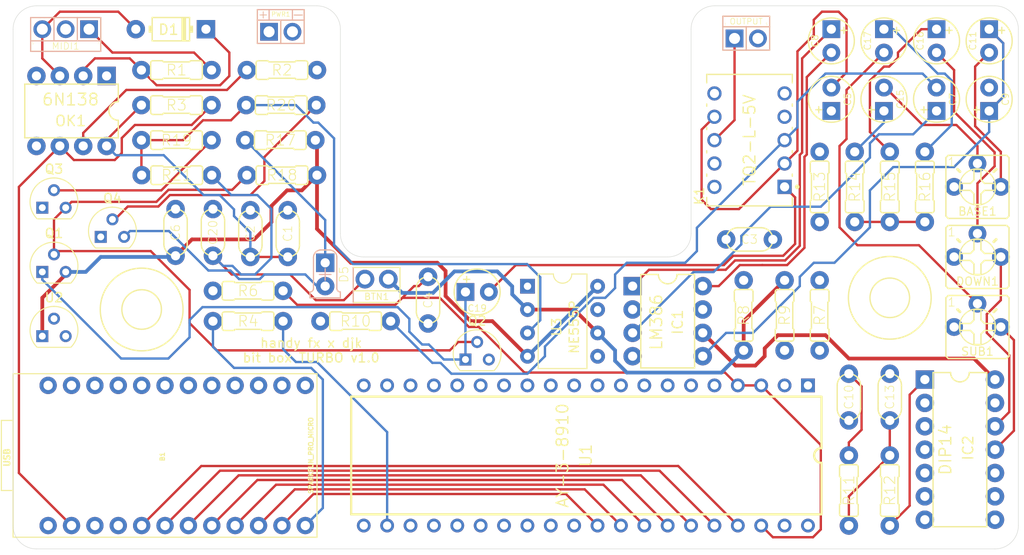
<source format=kicad_pcb>
(kicad_pcb (version 20211014) (generator pcbnew)
  (layers (0 "F.Cu" signal) (1 "In1.Cu" signal "Inner.1") (2 "In2.Cu" signal "Inner.2 (GND)") (31 "B.Cu" signal) (34 "B.Paste" user) (35 "F.Paste" user) (36 "B.SilkS" user "B.Silkscreen") (37 "F.SilkS" user "F.Silkscreen") (38 "B.Mask" user) (39 "F.Mask" user) (44 "Edge.Cuts" user))
  (net 0 "")
  (net 1 "GND")
  (net 3 "Net-(B1-Pad2)")
  (net 4 "Net-(B1-Pad5)")
  (net 5 "Net-(B1-Pad6)")
  (net 6 "Net-(B1-Pad7)")
  (net 7 "Net-(B1-Pad8)")
  (net 8 "Net-(B1-Pad9)")
  (net 9 "Net-(B1-Pad10)")
  (net 10 "Net-(B1-Pad11)")
  (net 11 "Net-(B1-Pad12)")
  (net 12 "Net-(B1-Pad13)")
  (net 13 "Net-(B1-Pad14)")
  (net 14 "Net-(B1-Pad15)")
  (net 15 "Net-(B1-Pad16)")
  (net 16 "Net-(B1-Pad17)")
  (net 20 "Net-(B1-Pad21)")
  (net 22 "Net-(C7-Pad+)")
  (net 23 "Net-(C7-Pad-)")
  (net 24 "Net-(BASE1-Pad2)")
  (net 25 "Net-(BASE1-Pad3)")
  (net 26 "Net-(C16-Pad+)")
  (net 27 "Net-(C16-Pad-)")
  (net 28 "Net-(D1-PadA)")
  (net 29 "Net-(D1-PadC)")
  (net 30 "Net-(BTN1-Pad2)")
  (net 31 "Net-(C19-Pad-)")
  (net 34 "Net-(IC2-Pad1)")
  (net 42 "Net-(IC2-Pad11)")
  (net 44 "Net-(OK1-Pad7)")
  (net 45 "Net-(DOWN1-Pad3)")
  (net 46 "Net-(K1-Pad8)")
  (net 47 "Net-(K1-Pad9)")
  (net 70 "Net-(C4-Pad2)")
  (net 71 "Net-(C5-Pad-)")
  (net 72 "Net-(C8-Pad+)")
  (net 73 "Net-(C8-Pad-)")
  (net 74 "Net-(C11-Pad+)")
  (net 75 "Net-(C10-Pad2)")
  (net 76 "Net-(C13-Pad2)")
  (net 77 "Net-(C15-Pad+)")
  (net 78 "Net-(C17-Pad+)")
  (net 79 "Net-(C17-Pad-)")
  (net 80 "Net-(C19-Pad+)")
  (net 81 "Net-(D5-PadA)")
  (net 82 "Net-(D5-PadK)")
  (net 83 "Net-(Q1-Pad2)")
  (net 84 "Net-(Q3-Pad2)")
  (net 85 "Net-(Q4-Pad2)")
  (net 86 "Net-(R4-Pad1)")
  (net 87 "Net-(R19-Pad1)")
  (net 93 "Net-(MIDI1-PadT)")
  (net 94 "Net-(R13-Pad2)")
  (net 95 "VAA")
  (net 96 "VCC")
  (net 97 "VDD")
  (footprint "midi-bit-box-v1:TO-92-djk-custom" (layer "F.Cu") (at 102.87 83.544994)
    (fp_text reference "Q3")
    (fp_text value "2N3904" hide)
  )
  (footprint "midi-bit-box-v1:4,1" (layer "F.Cu") (at 194.945 93.98)
    (fp_text reference "H1")
    (fp_text value "MOUNT-HOLE4.1" hide)
  )
  (footprint "midi-bit-box-v1:TRIM1" (layer "F.Cu") (at 204.47 97.155)
    (fp_text reference "SUB1")
    (fp_text value "100k" hide)
  )
  (footprint "midi-bit-box-v1:0.2_.SML" (layer "F.Cu") (at 144.78 94.234 90)
    (fp_text reference "C4")
    (fp_text value "4.7nF" hide)
  )
  (footprint "midi-bit-box-v1:0.3_.B" (layer "F.Cu") (at 128.8288 73.025)
    (fp_text reference "R20")
    (fp_text value "10k" hide)
  )
  (footprint "midi-bit-box-v1:0.2_.SML" (layer "F.Cu") (at 194.945 104.775 -90)
    (fp_text reference "C13")
    (fp_text value "22nF" hide)
  )
  (footprint "Package_DIP:DIP-8_W7.62mm" (layer "F.Cu") (at 155.585 92.72)
    (fp_text reference "U3")
    (fp_text value "NE555P")
  )
  (footprint "midi-bit-box-v1:0.3_.B" (layer "F.Cu") (at 117.4496 76.835)
    (fp_text reference "R19")
    (fp_text value "10k" hide)
  )
  (footprint "midi-bit-box-v1:0.3_.B" (layer "F.Cu") (at 125.222 96.52 180)
    (fp_text reference "R4")
    (fp_text value "75R" hide)
  )
  (footprint "midi-bit-box-v1:0.2_.SML" (layer "F.Cu") (at 129.54 86.995 90)
    (fp_text reference "C1")
    (fp_text value "100nF" hide)
  )
  (footprint "midi-bit-box-v1:TO-92-djk-custom" (layer "F.Cu") (at 102.87 90.53)
    (fp_text reference "Q1")
    (fp_text value "2N3904" hide)
  )
  (footprint "midi-bit-box-v1:0502" (layer "F.Cu") (at 200.025 72.39 90)
    (fp_text reference "C7")
    (fp_text value "1uF" hide)
  )
  (footprint "midi-bit-box-v1:DIP08" (layer "F.Cu") (at 106.045 73.66 180)
    (fp_text reference "OK1")
    (fp_text value "6N138")
  )
  (footprint "midi-bit-box-v1:0.3_.B" (layer "F.Cu") (at 117.475 80.645)
    (fp_text reference "R21")
    (fp_text value "100k" hide)
  )
  (footprint "midi-bit-box-v1:0.3_.B" (layer "F.Cu") (at 136.906 96.52)
    (fp_text reference "R10")
    (fp_text value "1M" hide)
  )
  (footprint "midi-bit-box-v1:0.2_.SML" (layer "F.Cu") (at 117.348 86.868 -90)
    (fp_text reference "C6")
    (fp_text value "100nF" hide)
  )
  (footprint "midi-bit-box-v1:TRIM1" (layer "F.Cu") (at 204.47 89.535)
    (fp_text reference "DOWN1")
    (fp_text value "100k" hide)
  )
  (footprint "midi-bit-box-v1:3PADS" (layer "F.Cu") (at 105.41 64.77 180)
    (fp_text reference "MIDI1")
    (fp_text value "MIDI" hide)
  )
  (footprint "midi-bit-box-v1:0.2_.SML" (layer "F.Cu") (at 190.5 104.775 90)
    (fp_text reference "C10")
    (fp_text value "10nF" hide)
  )
  (footprint "midi-bit-box-v1:0502" (layer "F.Cu") (at 205.74 66.04 -90)
    (fp_text reference "C11")
    (fp_text value "1uF" hide)
  )
  (footprint "midi-bit-box-v1:ARCADE_BUTTON" (layer "F.Cu") (at 140.462 91.948 180)
    (fp_text reference "BTN1")
    (fp_text value "Button" hide)
  )
  (footprint "midi-bit-box-v1:0502" (layer "F.Cu") (at 188.595 66.04 -90)
    (fp_text reference "C8")
    (fp_text value "10uF" hide)
  )
  (footprint "midi-bit-box-v1:0.2_.SML" (layer "F.Cu") (at 125.476 86.995 90)
    (fp_text reference "C2")
    (fp_text value "100nF" hide)
  )
  (footprint "midi-bit-box-v1:0.2_.SML" (layer "F.Cu") (at 121.412 86.868 -90)
    (fp_text reference "C20")
    (fp_text value "1uF" hide)
  )
  (footprint "midi-bit-box-v1:0.3_.B" (layer "F.Cu") (at 194.945 114.935 -90)
    (fp_text reference "R12")
    (fp_text value "100k" hide)
  )
  (footprint "midi-bit-box-v1:0.3_.B" (layer "F.Cu") (at 125.222 93.218)
    (fp_text reference "R6")
    (fp_text value "1k" hide)
  )
  (footprint "midi-bit-box-v1:DIP-40_600MIL" (layer "F.Cu") (at 161.925 111.125 -90)
    (fp_text reference "U1")
    (fp_text value "AY-3-8910")
  )
  (footprint "midi-bit-box-v1:DIP08" (layer "F.Cu") (at 170.815 96.52 -90)
    (fp_text reference "IC1")
    (fp_text value "LM386")
  )
  (footprint "midi-bit-box-v1:0.3_.B" (layer "F.Cu") (at 187.325 95.885 90)
    (fp_text reference "R7")
    (fp_text value "100k" hide)
  )
  (footprint "midi-bit-box-v1:0502" (layer "F.Cu") (at 200.025 66.04 -90)
    (fp_text reference "C16")
    (fp_text value "1uF" hide)
  )
  (footprint "midi-bit-box-v1:3MM_1" (layer "F.Cu") (at 133.604 91.44 -90)
    (fp_text reference "D5")
    (fp_text value "LED.2" hide)
  )
  (footprint "midi-bit-box-v1:0.3_.B" (layer "F.Cu") (at 179.07 95.885 -90)
    (fp_text reference "R8")
    (fp_text value "10k" hide)
  )
  (footprint "midi-bit-box-v1:0.3_.B" (layer "F.Cu") (at 128.7272 76.835)
    (fp_text reference "R17")
    (fp_text value "4.7k" hide)
  )
  (footprint "midi-bit-box-v1:0.3_.B" (layer "F.Cu") (at 198.755 81.915 -90)
    (fp_text reference "R16")
    (fp_text value "220k" hide)
  )
  (footprint "midi-bit-box-v1:0.3_.B" (layer "F.Cu") (at 117.4496 73.025 180)
    (fp_text reference "R3")
    (fp_text value "220R" hide)
  )
  (footprint "midi-bit-box-v1:0.3_.B" (layer "F.Cu") (at 190.5 114.935 -90)
    (fp_text reference "R11")
    (fp_text value "22k" hide)
  )
  (footprint "midi-bit-box-v1:2PADS" (layer "F.Cu") (at 180.6194 65.7733)
    (fp_text reference "OUTPUT")
    (fp_text value "Audio Jack" hide)
  )
  (footprint "midi-bit-box-v1:0.3_.B" (layer "F.Cu") (at 128.905 80.645)
    (fp_text reference "R18")
    (fp_text value "10k" hide)
  )
  (footprint "midi-bit-box-v1:DC_TS" (layer "F.Cu") (at 130.048 65.0494)
    (fp_text reference "PWR1")
    (fp_text value "Jack-DC" hide)
  )
  (footprint "midi-bit-box-v1:0502" (layer "F.Cu") (at 188.595 72.39 90)
    (fp_text reference "C5")
    (fp_text value "1uF" hide)
  )
  (footprint "midi-bit-box-v1:DIP14.1" (layer "F.Cu") (at 202.565 110.49 -90)
    (fp_text reference "IC2")
    (fp_text value "DIP14")
  )
  (footprint "midi-bit-box-v1:0502" (layer "F.Cu") (at 150.114 93.345)
    (fp_text reference "C19")
    (fp_text value "100uF" hide)
  )
  (footprint "midi-bit-box-v1:DO41-3" (layer "F.Cu") (at 116.84 64.77 180)
    (fp_text reference "D1")
    (fp_text value "1N4148" hide)
  )
  (footprint "midi-bit-box-v1:0.2_.SML" (layer "F.Cu") (at 179.705 87.63 180)
    (fp_text reference "C3")
    (fp_text value "100nF" hide)
  )
  (footprint "midi-bit-box-v1:SPARKFUN_PRO_MICRO" (layer "F.Cu") (at 116.205 111.125 90)
    (fp_text reference "B1")
    (fp_text value "SPARKFUN_PRO_MICRO")
  )
  (footprint "midi-bit-box-v1:TO-92-djk-custom" (layer "F.Cu") (at 102.87 97.514994)
    (fp_text reference "U2")
    (fp_text value "L78L09_TO92" hide)
  )
  (footprint "midi-bit-box-v1:0.3_.B" (layer "F.Cu") (at 187.325 81.915 90)
    (fp_text reference "R13")
    (fp_text value "10k" hide)
  )
  (footprint "TQ2-L-5V:Panasonic-TQ2-L-5V-MFG" (layer "F.Cu") (at 179.705 76.835 90)
    (fp_text reference "K1")
    (fp_text value "TQ2-L-5V")
  )
  (footprint "midi-bit-box-v1:0502" (layer "F.Cu") (at 194.31 66.04 -90)
    (fp_text reference "C17")
    (fp_text value "1uF" hide)
  )
  (footprint "midi-bit-box-v1:TO-92-djk-custom" (layer "F.Cu") (at 109.22 86.72)
    (fp_text reference "Q4")
    (fp_text value "2N3904" hide)
  )
  (footprint "midi-bit-box-v1:0.3_.B" (layer "F.Cu") (at 191.135 81.915 -90)
    (fp_text reference "R14")
    (fp_text value "100k" hide)
  )
  (footprint "midi-bit-box-v1:0.3_.B" (layer "F.Cu") (at 117.4496 69.215 180)
    (fp_text reference "R1")
    (fp_text value "220R" hide)
  )
  (footprint "midi-bit-box-v1:0502" (layer "F.Cu") (at 205.74 72.39 90)
    (fp_text reference "C9")
    (fp_text value "1uF" hide)
  )
  (footprint "midi-bit-box-v1:0.3_.B" (layer "F.Cu") (at 183.515 95.885 -90)
    (fp_text reference "R9")
    (fp_text value "10k" hide)
  )
  (footprint "midi-bit-box-v1:TRIM1" (layer "F.Cu") (at 204.47 81.915)
    (fp_text reference "BASE1")
    (fp_text value "100k" hide)
  )
  (footprint "midi-bit-box-v1:0502" (layer "F.Cu") (at 194.31 72.39 90)
    (fp_text reference "C15")
    (fp_text value "1uF" hide)
  )
  (footprint "midi-bit-box-v1:TO-92-djk-custom" (layer "F.Cu") (at 148.844 100.055)
    (fp_text reference "Q2")
    (fp_text value "2N3906" hide)
  )
  (footprint "midi-bit-box-v1:0.3_.B" (layer "F.Cu") (at 128.905 69.215 180)
    (fp_text reference "R2")
    (fp_text value "4.7k" hide)
  )
  (footprint "midi-bit-box-v1:4,1" (layer "F.Cu") (at 113.665 95.25 90)
    (fp_text reference "H2")
    (fp_text value "MOUNT-HOLE4.1" hide)
  )
  (footprint "midi-bit-box-v1:0.3_.B" (layer "F.Cu") (at 194.945 81.915 -90)
    (fp_text reference "R15")
    (fp_text value "220k" hide)
  )
  (gr_line (start 206.375 62.23) (end 175.895 62.23) (layer "Edge.Cuts") (width 0.05))
  (gr_arc (start 99.695 64.77) (mid 100.438949 62.973949) (end 102.235 62.23) (layer "Edge.Cuts") (width 0.05))
  (gr_arc (start 206.375 62.23) (mid 208.171051 62.973949) (end 208.915 64.77) (layer "Edge.Cuts") (width 0.05))
  (gr_line (start 102.235 62.23) (end 132.715 62.23) (layer "Edge.Cuts") (width 0.05))
  (gr_line (start 173.355 64.77) (end 173.355 86.995) (layer "Edge.Cuts") (width 0.05))
  (gr_arc (start 173.355 64.77) (mid 174.098949 62.973949) (end 175.895 62.23) (layer "Edge.Cuts") (width 0.05))
  (gr_arc (start 137.795 89.535) (mid 135.998949 88.791051) (end 135.255 86.995) (layer "Edge.Cuts") (width 0.05))
  (gr_line (start 99.695 64.77) (end 99.695 118.745) (layer "Edge.Cuts") (width 0.05))
  (gr_arc (start 102.235 121.285) (mid 100.438949 120.541051) (end 99.695 118.745) (layer "Edge.Cuts") (width 0.05))
  (gr_line (start 135.255 86.995) (end 135.255 64.77) (layer "Edge.Cuts") (width 0.05))
  (gr_line (start 208.915 64.77) (end 208.915 118.745) (layer "Edge.Cuts") (width 0.05))
  (gr_arc (start 173.355 86.995) (mid 172.611051 88.791051) (end 170.815 89.535) (layer "Edge.Cuts") (width 0.05))
  (gr_line (start 137.795 89.535) (end 170.815 89.535) (layer "Edge.Cuts") (width 0.05))
  (gr_arc (start 132.715 62.23) (mid 134.511051 62.973949) (end 135.255 64.77) (layer "Edge.Cuts") (width 0.05))
  (gr_arc (start 208.915 118.745) (mid 208.171051 120.541051) (end 206.375 121.285) (layer "Edge.Cuts") (width 0.05))
  (gr_line (start 206.375 121.285) (end 102.235 121.285) (layer "Edge.Cuts") (width 0.05))
  (gr_text "handy fx x djk\nbit box TURBO v1.0" (at 132.08 99.695) (layer "F.SilkS") (effects (font (size 1 1))))
  (segment (start 106.299 78.994) (end 104.775 77.47) (width 0.254) (layer "F.Cu") (net 3))
  (segment (start 112.930131 75.184) (end 111.506 76.608131) (width 0.254) (layer "F.Cu") (net 3))
  (segment (start 111.506 76.608131) (end 111.506 78.232) (width 0.254) (layer "F.Cu") (net 3))
  (segment (start 110.744 78.994) (end 106.299 78.994) (width 0.254) (layer "F.Cu") (net 3))
  (segment (start 104.775 77.47) (end 100.33 81.915) (width 0.254) (layer "F.Cu") (net 3))
  (segment (start 100.33 81.915) (end 100.33 113.03) (width 0.254) (layer "F.Cu") (net 3))
  (segment (start 119.1006 75.184) (end 112.930131 75.184) (width 0.254) (layer "F.Cu") (net 3))
  (segment (start 100.33 113.03) (end 106.045 118.745) (width 0.254) (layer "F.Cu") (net 3))
  (segment (start 111.506 78.232) (end 110.744 78.994) (width 0.254) (layer "F.Cu") (net 3))
  (segment (start 121.2596 73.025) (end 119.1006 75.184) (width 0.254) (layer "F.Cu") (net 3))
  (segment (start 113.665 118.745) (end 120.13912 112.27088) (width 0.254) (layer "F.Cu") (net 4))
  (segment (start 120.13912 112.27088) (end 171.96088 112.27088) (width 0.254) (layer "F.Cu") (net 4))
  (segment (start 171.96088 112.27088) (end 178.435 118.745) (width 0.254) (layer "F.Cu") (net 4))
  (segment (start 116.205 118.745) (end 122.1716 112.7784) (width 0.254) (layer "F.Cu") (net 5))
  (segment (start 169.9284 112.7784) (end 175.895 118.745) (width 0.254) (layer "F.Cu") (net 5))
  (segment (start 122.1716 112.7784) (end 169.9284 112.7784) (width 0.254) (layer "F.Cu") (net 5))
  (segment (start 167.89592 113.28592) (end 173.355 118.745) (width 0.254) (layer "F.Cu") (net 6))
  (segment (start 118.745 118.745) (end 124.20408 113.28592) (width 0.254) (layer "F.Cu") (net 6))
  (segment (start 124.20408 113.28592) (end 167.89592 113.28592) (width 0.254) (layer "F.Cu") (net 6))
  (segment (start 121.285 118.745) (end 126.23656 113.79344) (width 0.254) (layer "F.Cu") (net 7))
  (segment (start 165.86344 113.79344) (end 170.815 118.745) (width 0.254) (layer "F.Cu") (net 7))
  (segment (start 126.23656 113.79344) (end 165.86344 113.79344) (width 0.254) (layer "F.Cu") (net 7))
  (segment (start 128.26904 114.30096) (end 163.83096 114.30096) (width 0.254) (layer "F.Cu") (net 8))
  (segment (start 123.825 118.745) (end 128.26904 114.30096) (width 0.254) (layer "F.Cu") (net 8))
  (segment (start 163.83096 114.30096) (end 168.275 118.745) (width 0.254) (layer "F.Cu") (net 8))
  (segment (start 161.79848 114.80848) (end 165.735 118.745) (width 0.254) (layer "F.Cu") (net 9))
  (segment (start 130.30152 114.80848) (end 161.79848 114.80848) (width 0.254) (layer "F.Cu") (net 9))
  (segment (start 126.365 118.745) (end 130.30152 114.80848) (width 0.254) (layer "F.Cu") (net 9))
  (segment (start 159.766 115.316) (end 163.195 118.745) (width 0.254) (layer "F.Cu") (net 10))
  (segment (start 128.905 118.745) (end 132.334 115.316) (width 0.254) (layer "F.Cu") (net 10))
  (segment (start 132.334 115.316) (end 159.766 115.316) (width 0.254) (layer "F.Cu") (net 10))
  (segment (start 132.08 101.6) (end 123.698 101.6) (width 0.254) (layer "B.Cu") (net 11))
  (segment (start 131.445 118.745) (end 133.35 116.84) (width 0.254) (layer "B.Cu") (net 11))
  (segment (start 133.35 102.87) (end 132.08 101.6) (width 0.254) (layer "B.Cu") (net 11))
  (segment (start 123.698 101.6) (end 121.412 99.314) (width 0.254) (layer "B.Cu") (net 11))
  (segment (start 133.35 116.84) (end 133.35 102.87) (width 0.254) (layer "B.Cu") (net 11))
  (segment (start 121.412 99.314) (end 121.412 96.52) (width 0.254) (layer "B.Cu") (net 11))
  (segment (start 109.855 76.8096) (end 109.855 77.47) (width 0.254) (layer "F.Cu") (net 20))
  (segment (start 125.476 89.535) (end 129.54 89.535) (width 0.254) (layer "F.Cu") (net 20))
  (segment (start 113.6396 73.025) (end 109.855 76.8096) (width 0.254) (layer "F.Cu") (net 20))
  (segment (start 122.134169 82.804) (end 123.698 84.367831) (width 0.254) (layer "B.Cu") (net 20))
  (segment (start 125.476 86.868) (end 125.476 89.535) (width 0.254) (layer "B.Cu") (net 20))
  (segment (start 120.396 82.804) (end 122.134169 82.804) (width 0.254) (layer "B.Cu") (net 20))
  (segment (start 110.855 78.47) (end 116.062 78.47) (width 0.254) (layer "B.Cu") (net 20))
  (segment (start 123.698 85.09) (end 125.476 86.868) (width 0.254) (layer "B.Cu") (net 20))
  (segment (start 109.855 77.47) (end 110.855 78.47) (width 0.254) (layer "B.Cu") (net 20))
  (segment (start 123.698 84.367831) (end 123.698 85.09) (width 0.254) (layer "B.Cu") (net 20))
  (segment (start 116.062 78.47) (end 120.396 82.804) (width 0.254) (layer "B.Cu") (net 20))
  (segment (start 175.791669 91.186) (end 173.609 91.186) (width 0.254) (layer "B.Cu") (net 22))
  (segment (start 178.816 87.249) (end 178.816 88.161669) (width 0.254) (layer "B.Cu") (net 22))
  (segment (start 173.609 91.186) (end 167.005 97.79) (width 0.254) (layer "B.Cu") (net 22))
  (segment (start 193.757742 76.2) (end 192.786 77.171742) (width 0.254) (layer "B.Cu") (net 22))
  (segment (start 181.991 84.074) (end 178.816 87.249) (width 0.254) (layer "B.Cu") (net 22))
  (segment (start 192.786 78.74) (end 187.452 84.074) (width 0.254) (layer "B.Cu") (net 22))
  (segment (start 187.452 84.074) (end 181.991 84.074) (width 0.254) (layer "B.Cu") (net 22))
  (segment (start 200.025 73.66) (end 197.485 76.2) (width 0.254) (layer "B.Cu") (net 22))
  (segment (start 178.816 88.161669) (end 175.791669 91.186) (width 0.254) (layer "B.Cu") (net 22))
  (segment (start 197.485 76.2) (end 193.757742 76.2) (width 0.254) (layer "B.Cu") (net 22))
  (segment (start 192.786 77.171742) (end 192.786 78.74) (width 0.254) (layer "B.Cu") (net 22))
  (segment (start 146.1356 101.0506) (end 147.32 102.235) (width 0.254) (layer "B.Cu") (net 23))
  (segment (start 184.912 75.438) (end 183.515 76.835) (width 0.254) (layer "B.Cu") (net 23))
  (segment (start 147.32 102.235) (end 155.575 102.235) (width 0.254) (layer "B.Cu") (net 23))
  (segment (start 145.2466 101.0506) (end 146.1356 101.0506) (width 0.254) (layer "B.Cu") (net 23))
  (segment (start 200.025 71.12) (end 198.501 69.596) (width 0.254) (layer "B.Cu") (net 23))
  (segment (start 184.912 72.644) (end 184.912 75.438) (width 0.254) (layer "B.Cu") (net 23))
  (segment (start 157.48 100.33) (end 157.48 99.270504) (width 0.254) (layer "B.Cu") (net 23))
  (segment (start 155.575 102.235) (end 157.48 100.33) (width 0.254) (layer "B.Cu") (net 23))
  (segment (start 187.96 69.596) (end 184.912 72.644) (width 0.254) (layer "B.Cu") (net 23))
  (segment (start 157.48 99.270504) (end 162.770504 93.98) (width 0.254) (layer "B.Cu") (net 23))
  (segment (start 165.1 92.919748) (end 165.1 91.44) (width 0.254) (layer "B.Cu") (net 23))
  (segment (start 173.99 88.9) (end 173.99 86.36) (width 0.254) (layer "B.Cu") (net 23))
  (segment (start 173.99 86.36) (end 183.515 76.835) (width 0.254) (layer "B.Cu") (net 23))
  (segment (start 198.501 69.596) (end 187.96 69.596) (width 0.254) (layer "B.Cu") (net 23))
  (segment (start 162.770504 93.98) (end 164.039748 93.98) (width 0.254) (layer "B.Cu") (net 23))
  (segment (start 166.37 90.17) (end 172.72 90.17) (width 0.254) (layer "B.Cu") (net 23))
  (segment (start 164.039748 93.98) (end 165.1 92.919748) (width 0.254) (layer "B.Cu") (net 23))
  (segment (start 172.72 90.17) (end 173.99 88.9) (width 0.254) (layer "B.Cu") (net 23))
  (segment (start 165.1 91.44) (end 166.37 90.17) (width 0.254) (layer "B.Cu") (net 23))
  (segment (start 140.716 96.52) (end 145.2466 101.0506) (width 0.254) (layer "B.Cu") (net 23))
  (segment (start 204.47 79.375) (end 204.47 77.47) (width 0.254) (layer "F.Cu") (net 24))
  (segment (start 202.184 75.184) (end 198.525422 75.184) (width 0.254) (layer "F.Cu") (net 24))
  (segment (start 194.461422 71.12) (end 194.31 71.12) (width 0.254) (layer "F.Cu") (net 24))
  (segment (start 204.47 77.47) (end 202.184 75.184) (width 0.254) (layer "F.Cu") (net 24))
  (segment (start 198.525422 75.184) (end 194.461422 71.12) (width 0.254) (layer "F.Cu") (net 24))
  (segment (start 207.01 81.915) (end 207.01 78.105) (width 0.254) (layer "F.Cu") (net 25))
  (segment (start 204.216 68.834) (end 205.74 67.31) (width 0.254) (layer "F.Cu") (net 25))
  (segment (start 204.216 75.311) (end 204.216 68.834) (width 0.254) (layer "F.Cu") (net 25))
  (segment (start 207.01 78.105) (end 204.216 75.311) (width 0.254) (layer "F.Cu") (net 25))
  (segment (start 194.880562 68.834) (end 195.834 67.880562) (width 0.254) (layer "F.Cu") (net 26))
  (segment (start 192.786 75.946) (end 192.786 70.358) (width 0.254) (layer "F.Cu") (net 26))
  (segment (start 198.374 64.77) (end 200.025 64.77) (width 0.254) (layer "F.Cu") (net 26))
  (segment (start 195.834 67.880562) (end 195.834 67.31) (width 0.254) (layer "F.Cu") (net 26))
  (segment (start 194.31 68.834) (end 194.880562 68.834) (width 0.254) (layer "F.Cu") (net 26))
  (segment (start 192.786 70.358) (end 194.31 68.834) (width 0.254) (layer "F.Cu") (net 26))
  (segment (start 195.834 67.31) (end 198.374 64.77) (width 0.254) (layer "F.Cu") (net 26))
  (segment (start 194.945 78.105) (end 192.786 75.946) (width 0.254) (layer "F.Cu") (net 26))
  (segment (start 204.47 86.995) (end 204.47 81.533062) (width 0.254) (layer "F.Cu") (net 27))
  (segment (start 204.47 81.533062) (end 206.333629 79.669433) (width 0.254) (layer "F.Cu") (net 27))
  (segment (start 201.93 69.215) (end 200.025 67.31) (width 0.254) (layer "F.Cu") (net 27))
  (segment (start 206.333629 78.146371) (end 201.93 73.742742) (width 0.254) (layer "F.Cu") (net 27))
  (segment (start 201.93 73.742742) (end 201.93 69.215) (width 0.254) (layer "F.Cu") (net 27))
  (segment (start 206.333629 79.669433) (end 206.333629 78.146371) (width 0.254) (layer "F.Cu") (net 27))
  (segment (start 104.775 62.865) (end 102.87 64.77) (width 0.254) (layer "F.Cu") (net 28))
  (segment (start 113.03 64.77) (end 111.125 62.865) (width 0.254) (layer "F.Cu") (net 28))
  (segment (start 111.125 62.865) (end 104.775 62.865) (width 0.254) (layer "F.Cu") (net 28))
  (segment (start 102.87 64.77) (end 102.87 67.945) (width 0.254) (layer "F.Cu") (net 28))
  (segment (start 102.87 67.945) (end 104.775 69.85) (width 0.254) (layer "F.Cu") (net 28))
  (segment (start 112.3696 67.945) (end 108.585 67.945) (width 0.254) (layer "F.Cu") (net 29))
  (segment (start 113.6396 69.215) (end 112.3696 67.945) (width 0.254) (layer "F.Cu") (net 29))
  (segment (start 115.2906 70.866) (end 113.6396 69.215) (width 0.254) (layer "F.Cu") (net 29))
  (segment (start 108.585 67.945) (end 107.315 69.215) (width 0.254) (layer "F.Cu") (net 29))
  (segment (start 107.315 69.215) (end 107.315 69.85) (width 0.254) (layer "F.Cu") (net 29))
  (segment (start 123.19 67.31) (end 123.19 69.860969) (width 0.254) (layer "F.Cu") (net 29))
  (segment (start 123.19 69.860969) (end 122.184969 70.866) (width 0.254) (layer "F.Cu") (net 29))
  (segment (start 120.65 64.77) (end 123.19 67.31) (width 0.254) (layer "F.Cu") (net 29))
  (segment (start 122.184969 70.866) (end 115.2906 70.866) (width 0.254) (layer "F.Cu") (net 29))
  (segment (start 123.444 91.44) (end 121.412 89.408) (width 0.254) (layer "F.Cu") (net 30))
  (segment (start 135.636 94.234) (end 132.588 94.234) (width 0.254) (layer "F.Cu") (net 30))
  (segment (start 132.588 94.234) (end 129.794 91.44) (width 0.254) (layer "F.Cu") (net 30))
  (segment (start 129.794 91.44) (end 123.444 91.44) (width 0.254) (layer "F.Cu") (net 30))
  (segment (start 137.922 91.948) (end 135.636 94.234) (width 0.254) (layer "F.Cu") (net 30))
  (segment (start 123.524142 90.504142) (end 122.508142 90.504142) (width 0.254) (layer "B.Cu") (net 30))
  (segment (start 124.46 91.44) (end 123.524142 90.504142) (width 0.254) (layer "B.Cu") (net 30))
  (segment (start 125.984 91.44) (end 124.46 91.44) (width 0.254) (layer "B.Cu") (net 30))
  (segment (start 123.396662 82.804) (end 126.238 82.804) (width 0.254) (layer "B.Cu") (net 30))
  (segment (start 121.285 80.692338) (end 123.396662 82.804) (width 0.254) (layer "B.Cu") (net 30))
  (segment (start 127.762 89.662) (end 125.984 91.44) (width 0.254) (layer "B.Cu") (net 30))
  (segment (start 121.285 80.645) (end 121.285 80.692338) (width 0.254) (layer "B.Cu") (net 30))
  (segment (start 126.238 82.804) (end 127.762 84.328) (width 0.254) (layer "B.Cu") (net 30))
  (segment (start 122.508142 90.504142) (end 121.412 89.408) (width 0.254) (layer "B.Cu") (net 30))
  (segment (start 127.762 84.328) (end 127.762 89.662) (width 0.254) (layer "B.Cu") (net 30))
  (segment (start 154.305 90.424) (end 176.911001 90.424) (width 0.254) (layer "F.Cu") (net 31))
  (segment (start 184.658 88.116005) (end 184.658 83.058) (width 0.254) (layer "F.Cu") (net 31))
  (segment (start 151.384 93.345) (end 154.305 90.424) (width 0.254) (layer "F.Cu") (net 31))
  (segment (start 176.911001 90.424) (end 177.927001 89.408) (width 0.254) (layer "F.Cu") (net 31))
  (segment (start 183.366005 89.408) (end 184.658 88.116005) (width 0.254) (layer "F.Cu") (net 31))
  (segment (start 184.658 83.058) (end 183.515 81.915) (width 0.254) (layer "F.Cu") (net 31))
  (segment (start 177.927001 89.408) (end 183.366005 89.408) (width 0.254) (layer "F.Cu") (net 31))
  (segment (start 197.104 104.521) (end 198.755 102.87) (width 0.254) (layer "F.Cu") (net 34))
  (segment (start 194.945 118.745) (end 197.104 116.586) (width 0.254) (layer "F.Cu") (net 34))
  (segment (start 197.104 116.586) (end 197.104 104.521) (width 0.254) (layer "F.Cu") (net 34))
  (segment (start 208.43192 98.57692) (end 207.01 97.155) (width 0.254) (layer "F.Cu") (net 42))
  (segment (start 206.375 110.49) (end 208.43192 108.43308) (width 0.254) (layer "F.Cu") (net 42))
  (segment (start 208.43192 108.43308) (end 208.43192 98.57692) (width 0.254) (layer "F.Cu") (net 42))
  (segment (start 111.996787 71.374) (end 107.315 76.055787) (width 0.254) (layer "F.Cu") (net 44))
  (segment (start 122.936 71.374) (end 111.996787 71.374) (width 0.254) (layer "F.Cu") (net 44))
  (segment (start 107.315 76.055787) (end 107.315 77.47) (width 0.254) (layer "F.Cu") (net 44))
  (segment (start 125.095 69.215) (end 122.936 71.374) (width 0.254) (layer "F.Cu") (net 44))
  (segment (start 207.01 94.234) (end 207.01 89.535) (width 0.254) (layer "F.Cu") (net 45))
  (segment (start 205.486 95.758) (end 207.01 94.234) (width 0.254) (layer "F.Cu") (net 45))
  (segment (start 206.375 107.95) (end 207.9244 106.4006) (width 0.254) (layer "F.Cu") (net 45))
  (segment (start 207.9244 100.2284) (end 205.486 97.79) (width 0.254) (layer "F.Cu") (net 45))
  (segment (start 207.9244 106.4006) (end 207.9244 100.2284) (width 0.254) (layer "F.Cu") (net 45))
  (segment (start 205.486 97.79) (end 205.486 95.758) (width 0.254) (layer "F.Cu") (net 45))
  (segment (start 178.0794 65.7733) (end 178.0794 74.6506) (width 0.254) (layer "F.Cu") (net 46))
  (segment (start 178.0794 74.6506) (end 175.895 76.835) (width 0.254) (layer "F.Cu") (net 46))
  (segment (start 141.224 94.742) (end 130.556 94.742) (width 0.254) (layer "F.Cu") (net 70))
  (segment (start 178.435 103.505) (end 180.975 103.505) (width 0.254) (layer "F.Cu") (net 70))
  (segment (start 178.435 103.505) (end 177.038 102.108) (width 0.254) (layer "F.Cu") (net 70))
  (segment (start 143.764 92.71) (end 143.256 92.71) (width 0.254) (layer "F.Cu") (net 70))
  (segment (start 187.452 109.982) (end 187.452 119.163393) (width 0.254) (layer "F.Cu") (net 70))
  (segment (start 155.248252 102.108) (end 150.295252 97.155) (width 0.254) (layer "F.Cu") (net 70))
  (segment (start 143.256 92.71) (end 141.986 93.98) (width 0.254) (layer "F.Cu") (net 70))
  (segment (start 141.986 93.98) (end 141.224 94.742) (width 0.254) (layer "F.Cu") (net 70))
  (segment (start 130.556 94.742) (end 129.032 93.218) (width 0.254) (layer "F.Cu") (net 70))
  (segment (start 177.038 102.108) (end 155.248252 102.108) (width 0.254) (layer "F.Cu") (net 70))
  (segment (start 150.295252 97.155) (end 149.225 97.155) (width 0.254) (layer "F.Cu") (net 70))
  (segment (start 144.78 91.694) (end 143.764 92.71) (width 0.254) (layer "F.Cu") (net 70))
  (segment (start 149.225 97.155) (end 146.05 93.98) (width 0.254) (layer "F.Cu") (net 70))
  (segment (start 146.05 93.98) (end 141.986 93.98) (width 0.254) (layer "F.Cu") (net 70))
  (segment (start 180.975 103.505) (end 187.452 109.982) (width 0.254) (layer "F.Cu") (net 70))
  (segment (start 187.452 119.163393) (end 186.600393 120.015) (width 0.254) (layer "F.Cu") (net 70))
  (segment (start 186.600393 120.015) (end 182.245 120.015) (width 0.254) (layer "F.Cu") (net 70))
  (segment (start 182.245 120.015) (end 180.975 118.745) (width 0.254) (layer "F.Cu") (net 70))
  (segment (start 187.579 62.865) (end 186.69 63.754) (width 0.254) (layer "F.Cu") (net 71))
  (segment (start 189.381422 62.865) (end 187.579 62.865) (width 0.254) (layer "F.Cu") (net 71))
  (segment (start 174.498 75.692) (end 175.895 74.295) (width 0.254) (layer "F.Cu") (net 71))
  (segment (start 190.246 69.469) (end 190.246 63.729578) (width 0.254) (layer "F.Cu") (net 71))
  (segment (start 186.69 63.754) (end 186.69 65.405) (width 0.254) (layer "F.Cu") (net 71))
  (segment (start 184.912 67.183) (end 184.912 77.978) (width 0.254) (layer "F.Cu") (net 71))
  (segment (start 178.562 84.328) (end 175.514 84.328) (width 0.254) (layer "F.Cu") (net 71))
  (segment (start 183.515 79.375) (end 178.562 84.328) (width 0.254) (layer "F.Cu") (net 71))
  (segment (start 190.246 63.729578) (end 189.381422 62.865) (width 0.254) (layer "F.Cu") (net 71))
  (segment (start 175.514 84.328) (end 174.498 83.312) (width 0.254) (layer "F.Cu") (net 71))
  (segment (start 184.912 77.978) (end 183.515 79.375) (width 0.254) (layer "F.Cu") (net 71))
  (segment (start 174.498 83.312) (end 174.498 75.692) (width 0.254) (layer "F.Cu") (net 71))
  (segment (start 188.595 71.12) (end 190.246 69.469) (width 0.254) (layer "F.Cu") (net 71))
  (segment (start 186.69 65.405) (end 184.912 67.183) (width 0.254) (layer "F.Cu") (net 71))
  (segment (start 185.166 88.325747) (end 185.166 78.441742) (width 0.254) (layer "F.Cu") (net 72))
  (segment (start 185.166 78.441742) (end 185.42 78.187742) (width 0.254) (layer "F.Cu") (net 72))
  (segment (start 183.575747 89.916) (end 185.166 88.325747) (width 0.254) (layer "F.Cu") (net 72))
  (segment (start 185.42 78.187742) (end 185.42 67.945) (width 0.254) (layer "F.Cu") (net 72))
  (segment (start 178.136742 89.916) (end 183.575747 89.916) (width 0.254) (layer "F.Cu") (net 72))
  (segment (start 177.120742 90.932) (end 178.136742 89.916) (width 0.254) (layer "F.Cu") (net 72))
  (segment (start 167.005 92.71) (end 168.783 90.932) (width 0.254) (layer "F.Cu") (net 72))
  (segment (start 168.783 90.932) (end 177.120742 90.932) (width 0.254) (layer "F.Cu") (net 72))
  (segment (start 185.42 67.945) (end 188.595 64.77) (width 0.254) (layer "F.Cu") (net 72))
  (segment (start 176.356316 92.71) (end 178.642316 90.424) (width 0.254) (layer "F.Cu") (net 73))
  (segment (start 185.928 78.397482) (end 185.928 69.977) (width 0.254) (layer "F.Cu") (net 73))
  (segment (start 185.928 69.977) (end 188.595 67.31) (width 0.254) (layer "F.Cu") (net 73))
  (segment (start 185.674 88.535488) (end 185.674 78.651482) (width 0.254) (layer "F.Cu") (net 73))
  (segment (start 181.10248 90.42352) (end 183.785968 90.42352) (width 0.254) (layer "F.Cu") (net 73))
  (segment (start 183.785968 90.42352) (end 185.674 88.535488) (width 0.254) (layer "F.Cu") (net 73))
  (segment (start 185.674 78.651482) (end 185.928 78.397482) (width 0.254) (layer "F.Cu") (net 73))
  (segment (start 178.642316 90.424) (end 181.102 90.424) (width 0.254) (layer "F.Cu") (net 73))
  (segment (start 181.102 90.424) (end 181.10248 90.42352) (width 0.254) (layer "F.Cu") (net 73))
  (segment (start 174.625 92.71) (end 176.356316 92.71) (width 0.254) (layer "F.Cu") (net 73))
  (segment (start 205.74 64.77) (end 207.264 66.294) (width 0.254) (layer "F.Cu") (net 74))
  (segment (start 207.264 66.294) (end 207.264 72.136) (width 0.254) (layer "F.Cu") (net 74))
  (segment (start 207.264 72.136) (end 205.74 73.66) (width 0.254) (layer "F.Cu") (net 74))
  (segment (start 185.166 92.71) (end 180.086 97.79) (width 0.254) (layer "B.Cu") (net 74))
  (segment (start 177.165 97.79) (end 174.625 100.33) (width 0.254) (layer "B.Cu") (net 74))
  (segment (start 207.264 72.136) (end 207.264 66.294) (width 0.254) (layer "B.Cu") (net 74))
  (segment (start 195.326 79.756) (end 192.786 82.296) (width 0.254) (layer "B.Cu") (net 74))
  (segment (start 180.086 97.79) (end 177.165 97.79) (width 0.254) (layer "B.Cu") (net 74))
  (segment (start 205.74 73.66) (end 205.74 75.946) (width 0.254) (layer "B.Cu") (net 74))
  (segment (start 192.786 82.296) (end 192.786 86.320169) (width 0.254) (layer "B.Cu") (net 74))
  (segment (start 185.166 91.694) (end 185.166 92.71) (width 0.254) (layer "B.Cu") (net 74))
  (segment (start 192.786 86.320169) (end 188.936169 90.17) (width 0.254) (layer "B.Cu") (net 74))
  (segment (start 205.74 73.66) (end 207.264 72.136) (width 0.254) (layer "B.Cu") (net 74))
  (segment (start 205.74 75.946) (end 201.93 79.756) (width 0.254) (layer "B.Cu") (net 74))
  (segment (start 186.69 90.17) (end 185.166 91.694) (width 0.254) (layer "B.Cu") (net 74))
  (segment (start 188.936169 90.17) (end 186.69 90.17) (width 0.254) (layer "B.Cu") (net 74))
  (segment (start 201.93 79.756) (end 195.326 79.756) (width 0.254) (layer "B.Cu") (net 74))
  (segment (start 207.264 66.294) (end 205.74 64.77) (width 0.254) (layer "B.Cu") (net 74))
  (segment (start 190.5 111.125) (end 190.5 109.710787) (width 0.254) (layer "F.Cu") (net 75))
  (segment (start 190.5 109.710787) (end 191.880511 108.330276) (width 0.254) (layer "F.Cu") (net 75))
  (segment (start 191.880511 108.330276) (end 191.880511 103.615511) (width 0.254) (layer "F.Cu") (net 75))
  (segment (start 191.880511 103.615511) (end 190.5 102.235) (width 0.254) (layer "F.Cu") (net 75))
  (segment (start 190.5 118.745) (end 190.5 115.57) (width 0.254) (layer "F.Cu") (net 76))
  (segment (start 190.5 115.57) (end 194.945 111.125) (width 0.254) (layer "F.Cu") (net 76))
  (segment (start 194.945 107.315) (end 194.945 111.125) (width 0.254) (layer "F.Cu") (net 76))
  (segment (start 194.31 74.93) (end 191.135 78.105) (width 0.254) (layer "B.Cu") (net 77))
  (segment (start 194.31 73.66) (end 194.31 74.93) (width 0.254) (layer "B.Cu") (net 77))
  (segment (start 194.31 64.77) (end 195.325062 64.77) (width 0.254) (layer "B.Cu") (net 78))
  (segment (start 200.914 69.596) (end 201.676 70.358) (width 0.254) (layer "B.Cu") (net 78))
  (segment (start 195.325062 64.77) (end 200.151062 69.596) (width 0.254) (layer "B.Cu") (net 78))
  (segment (start 201.676 75.184) (end 198.755 78.105) (width 0.254) (layer "B.Cu") (net 78))
  (segment (start 201.676 70.358) (end 201.676 75.184) (width 0.254) (layer "B.Cu") (net 78))
  (segment (start 200.151062 69.596) (end 200.914 69.596) (width 0.254) (layer "B.Cu") (net 78))
  (segment (start 191.428831 88.265) (end 198.12 88.265) (width 0.254) (layer "F.Cu") (net 79))
  (segment (start 189.484 86.320169) (end 191.428831 88.265) (width 0.254) (layer "F.Cu") (net 79))
  (segment (start 198.12 88.265) (end 204.47 94.615) (width 0.254) (layer "F.Cu") (net 79))
  (segment (start 189.484 77.47) (end 189.484 86.320169) (width 0.254) (layer "F.Cu") (net 79))
  (segment (start 194.31 67.31) (end 190.246 71.374) (width 0.254) (layer "F.Cu") (net 79))
  (segment (start 190.246 71.374) (end 190.246 76.708) (width 0.254) (layer "F.Cu") (net 79))
  (segment (start 190.246 76.708) (end 189.484 77.47) (width 0.254) (layer "F.Cu") (net 79))
  (segment (start 148.844 100.69) (end 146.492742 100.69) (width 0.254) (layer "B.Cu") (net 80))
  (segment (start 144.145 99.06) (end 142.748 97.663) (width 0.254) (layer "B.Cu") (net 80))
  (segment (start 146.492742 100.69) (end 144.862742 99.06) (width 0.254) (layer "B.Cu") (net 80))
  (segment (start 141.478 94.996) (end 120.269 94.996) (width 0.254) (layer "B.Cu") (net 80))
  (segment (start 120.269 94.996) (end 118.87202 96.39298) (width 0.254) (layer "B.Cu") (net 80))
  (segment (start 116.562331 100.584) (end 111.4425 100.584) (width 0.254) (layer "B.Cu") (net 80))
  (segment (start 148.844 93.345) (end 148.844 100.69) (width 0.254) (layer "B.Cu") (net 80))
  (segment (start 102.87 92.0115) (end 102.87 91.165) (width 0.254) (layer "B.Cu") (net 80))
  (segment (start 142.748 97.663) (end 142.748 96.266) (width 0.254) (layer "B.Cu") (net 80))
  (segment (start 144.862742 99.06) (end 144.145 99.06) (width 0.254) (layer "B.Cu") (net 80))
  (segment (start 118.87202 96.39298) (end 118.87202 98.274311) (width 0.254) (layer "B.Cu") (net 80))
  (segment (start 118.87202 98.274311) (end 116.562331 100.584) (width 0.254) (layer "B.Cu") (net 80))
  (segment (start 111.4425 100.584) (end 102.87 92.0115) (width 0.254) (layer "B.Cu") (net 80))
  (segment (start 142.748 96.266) (end 141.478 94.996) (width 0.254) (layer "B.Cu") (net 80))
  (segment (start 124.9172 76.835) (end 133.604 85.5218) (width 0.254) (layer "B.Cu") (net 81))
  (segment (start 133.604 85.5218) (end 133.604 90.17) (width 0.254) (layer "B.Cu") (net 81))
  (segment (start 126.49248 91.94752) (end 127 91.44) (width 0.254) (layer "B.Cu") (net 82))
  (segment (start 112.395 86.72) (end 116.6285 86.72) (width 0.254) (layer "B.Cu") (net 82))
  (segment (start 123.31392 91.011662) (end 124.249778 91.94752) (width 0.254) (layer "B.Cu") (net 82))
  (segment (start 124.249778 91.94752) (end 126.49248 91.94752) (width 0.254) (layer "B.Cu") (net 82))
  (segment (start 131.445 91.44) (end 132.715 92.71) (width 0.254) (layer "B.Cu") (net 82))
  (segment (start 120.920162 91.011662) (end 123.31392 91.011662) (width 0.254) (layer "B.Cu") (net 82))
  (segment (start 116.6285 86.72) (end 120.920162 91.011662) (width 0.254) (layer "B.Cu") (net 82))
  (segment (start 127 91.44) (end 131.445 91.44) (width 0.254) (layer "B.Cu") (net 82))
  (segment (start 111.76 87.355) (end 112.395 86.72) (width 0.254) (layer "B.Cu") (net 82))
  (segment (start 132.715 92.71) (end 133.604 92.71) (width 0.254) (layer "B.Cu") (net 82))
  (segment (start 115.267342 83.545) (end 116.576609 82.235732) (width 0.254) (layer "F.Cu") (net 83))
  (segment (start 105.41 84.18) (end 106.045 83.545) (width 0.254) (layer "F.Cu") (net 83))
  (segment (start 118.87202 96.733714) (end 118.87202 93.12052) (width 0.254) (layer "F.Cu") (net 83))
  (segment (start 104.14 85.45) (end 104.14 89.26) (width 0.254) (layer "F.Cu") (net 83))
  (segment (start 114.6515 88.9) (end 104.5 88.9) (width 0.254) (layer "F.Cu") (net 83))
  (segment (start 148.052978 98.785) (end 147.142978 99.695) (width 0.254) (layer "F.Cu") (net 83))
  (segment (start 150.114 98.785) (end 148.052978 98.785) (width 0.254) (layer "F.Cu") (net 83))
  (segment (start 116.576609 82.235732) (end 123.504268 82.235732) (width 0.254) (layer "F.Cu") (net 83))
  (segment (start 105.41 84.18) (end 104.14 85.45) (width 0.254) (layer "F.Cu") (net 83))
  (segment (start 104.5 88.9) (end 104.14 89.26) (width 0.254) (layer "F.Cu") (net 83))
  (segment (start 106.045 83.545) (end 115.267342 83.545) (width 0.254) (layer "F.Cu") (net 83))
  (segment (start 123.504268 82.235732) (end 125.095 80.645) (width 0.254) (layer "F.Cu") (net 83))
  (segment (start 118.87202 93.12052) (end 114.6515 88.9) (width 0.254) (layer "F.Cu") (net 83))
  (segment (start 121.833306 99.695) (end 118.87202 96.733714) (width 0.254) (layer "F.Cu") (net 83))
  (segment (start 147.142978 99.695) (end 121.833306 99.695) (width 0.254) (layer "F.Cu") (net 83))
  (segment (start 121.2596 76.835) (end 115.7986 82.296) (width 0.254) (layer "F.Cu") (net 84))
  (segment (start 104.161 82.296) (end 104.14 82.275) (width 0.254) (layer "F.Cu") (net 84))
  (segment (start 115.7986 82.296) (end 104.161 82.296) (width 0.254) (layer "F.Cu") (net 84))
  (segment (start 125.476 82.804) (end 116.726084 82.804) (width 0.254) (layer "F.Cu") (net 85))
  (segment (start 112.15348 84.05252) (end 110.49 85.716) (width 0.254) (layer "F.Cu") (net 85))
  (segment (start 127 81.28) (end 125.476 82.804) (width 0.254) (layer "F.Cu") (net 85))
  (segment (start 127 78.6638) (end 127 81.28) (width 0.254) (layer "F.Cu") (net 85))
  (segment (start 115.477563 84.05252) (end 112.15348 84.05252) (width 0.254) (layer "F.Cu") (net 85))
  (segment (start 132.6388 73.025) (end 127 78.6638) (width 0.254) (layer "F.Cu") (net 85))
  (segment (start 116.726084 82.804) (end 115.477563 84.05252) (width 0.254) (layer "F.Cu") (net 85))
  (segment (start 132.715 100.965) (end 140.335 108.585) (width 0.254) (layer "B.Cu") (net 86))
  (segment (start 130.429 100.965) (end 132.715 100.965) (width 0.254) (layer "B.Cu") (net 86))
  (segment (start 129.032 99.568) (end 130.429 100.965) (width 0.254) (layer "B.Cu") (net 86))
  (segment (start 129.032 96.52) (end 129.032 99.568) (width 0.254) (layer "B.Cu") (net 86))
  (segment (start 140.335 108.585) (end 140.335 118.745) (width 0.254) (layer "B.Cu") (net 86))
  (segment (start 125.0188 73.025) (end 123.3678 74.676) (width 0.254) (layer "F.Cu") (net 87))
  (segment (start 113.6396 76.835) (end 113.6396 80.6196) (width 0.254) (layer "F.Cu") (net 87))
  (segment (start 123.3678 74.676) (end 120.326342 74.676) (width 0.254) (layer "F.Cu") (net 87))
  (segment (start 113.6396 80.6196) (end 113.665 80.645) (width 0.254) (layer "F.Cu") (net 87))
  (segment (start 120.326342 74.676) (end 118.167342 76.835) (width 0.254) (layer "F.Cu") (net 87))
  (segment (start 118.167342 76.835) (end 113.6396 76.835) (width 0.254) (layer "F.Cu") (net 87))
  (segment (start 134.5692 76.642442) (end 132.856758 74.93) (width 0.254) (layer "B.Cu") (net 87))
  (segment (start 156.972 91.745978) (end 155.539511 90.313489) (width 0.254) (layer "B.Cu") (net 87))
  (segment (start 136.643089 90.313489) (end 134.5692 88.2396) (width 0.254) (layer "B.Cu") (net 87))
  (segment (start 155.585 97.8) (end 156.972 96.413) (width 0.254) (layer "B.Cu") (net 87))
  (segment (start 130.427269 73.025) (end 125.0188 73.025) (width 0.254) (layer "B.Cu") (net 87))
  (segment (start 132.856758 74.93) (end 132.332269 74.93) (width 0.254) (layer "B.Cu") (net 87))
  (segment (start 156.972 96.413) (end 156.972 91.745978) (width 0.254) (layer "B.Cu") (net 87))
  (segment (start 134.5692 88.2396) (end 134.5692 76.642442) (width 0.254) (layer "B.Cu") (net 87))
  (segment (start 155.539511 90.313489) (end 136.643089 90.313489) (width 0.254) (layer "B.Cu") (net 87))
  (segment (start 132.332269 74.93) (end 130.427269 73.025) (width 0.254) (layer "B.Cu") (net 87))
  (segment (start 110.49 67.31) (end 119.3546 67.31) (width 0.254) (layer "F.Cu") (net 93))
  (segment (start 119.3546 67.31) (end 121.2596 69.215) (width 0.254) (layer "F.Cu") (net 93))
  (segment (start 107.95 64.77) (end 110.49 67.31) (width 0.254) (layer "F.Cu") (net 93))
  (segment (start 194.945 85.725) (end 198.755 85.725) (width 0.254) (layer "F.Cu") (net 94))
  (segment (start 191.135 85.725) (end 194.945 85.725) (width 0.254) (layer "F.Cu") (net 94))
  (segment (start 181.356 100.33) (end 181.356 99.469102) (width 0.4064) (layer "F.Cu") (net 95))
  (segment (start 182.781102 98.044) (end 187.96 98.044) (width 0.4064) (layer "F.Cu") (net 95))
  (segment (start 178.181 101.346) (end 180.34 101.346) (width 0.4064) (layer "F.Cu") (net 95))
  (segment (start 180.34 101.346) (end 181.356 100.33) (width 0.4064) (layer "F.Cu") (net 95))
  (segment (start 187.96 98.044) (end 190.5 100.584) (width 0.4064) (layer "F.Cu") (net 95))
  (segment (start 174.625 97.79) (end 178.181 101.346) (width 0.4064) (layer "F.Cu") (net 95))
  (segment (start 190.5 100.584) (end 204.089 100.584) (width 0.4064) (layer "F.Cu") (net 95))
  (segment (start 204.089 100.584) (end 206.375 102.87) (width 0.4064) (layer "F.Cu") (net 95))
  (segment (start 181.356 99.469102) (end 182.781102 98.044) (width 0.4064) (layer "F.Cu") (net 95))
  (segment (start 136.398 90.17) (end 145.796 90.17) (width 0.4064) (layer "F.Cu") (net 96))
  (segment (start 102.87 97.515) (end 102.87 93.98) (width 0.4064) (layer "F.Cu") (net 96))
  (segment (start 102.87 93.98) (end 105.41 91.44) (width 0.4064) (layer "F.Cu") (net 96))
  (segment (start 127.762 85.753102) (end 125.885102 87.63) (width 0.4064) (layer "F.Cu") (net 96))
  (segment (start 132.715 80.645) (end 132.715 77.0128) (width 0.4064) (layer "F.Cu") (net 96))
  (segment (start 146.685 93.789496) (end 149.415504 96.52) (width 0.4064) (layer "F.Cu") (net 96))
  (segment (start 127.762 83.996449) (end 127.762 85.753102) (width 0.4064) (layer "F.Cu") (net 96))
  (segment (start 132.715 86.487) (end 136.398 90.17) (width 0.4064) (layer "F.Cu") (net 96))
  (segment (start 119.126 87.63) (end 117.348 89.408) (width 0.4064) (layer "F.Cu") (net 96))
  (segment (start 132.715 77.0128) (end 132.5372 76.835) (width 0.4064) (layer "F.Cu") (net 96))
  (segment (start 129.462449 82.296) (end 127.762 83.996449) (width 0.4064) (layer "F.Cu") (net 96))
  (segment (start 132.715 80.645) (end 131.064 82.296) (width 0.4064) (layer "F.Cu") (net 96))
  (segment (start 125.885102 87.63) (end 119.126 87.63) (width 0.4064) (layer "F.Cu") (net 96))
  (segment (start 132.715 80.645) (end 132.715 86.487) (width 0.4064) (layer "F.Cu") (net 96))
  (segment (start 146.685 91.059) (end 146.685 93.789496) (width 0.4064) (layer "F.Cu") (net 96))
  (segment (start 151.765 96.52) (end 149.415504 96.52) (width 0.4064) (layer "F.Cu") (net 96))
  (segment (start 131.064 82.296) (end 129.462449 82.296) (width 0.4064) (layer "F.Cu") (net 96))
  (segment (start 155.585 100.34) (end 151.765 96.52) (width 0.4064) (layer "F.Cu") (net 96))
  (segment (start 145.796 90.17) (end 146.685 91.059) (width 0.4064) (layer "F.Cu") (net 96))
  (segment (start 155.585 100.34) (end 163.205 92.72) (width 0.4064) (layer "B.Cu") (net 96))
  (segment (start 109.22 89.535) (end 118.11 89.535) (width 0.4064) (layer "B.Cu") (net 96))
  (segment (start 107.59 91.165) (end 109.22 89.535) (width 0.4064) (layer "B.Cu") (net 96))
  (segment (start 105.41 91.165) (end 107.59 91.165) (width 0.4064) (layer "B.Cu") (net 96))
  (segment (start 160.665 95.26) (end 163.205 97.8) (width 0.4064) (layer "F.Cu") (net 97))
  (segment (start 155.585 95.26) (end 160.665 95.26) (width 0.4064) (layer "F.Cu") (net 97))
  (segment (start 179.07 96.52) (end 179.07 99.695) (width 0.4064) (layer "F.Cu") (net 97))
  (segment (start 183.515 92.075) (end 179.07 96.52) (width 0.4064) (layer "F.Cu") (net 97))
  (segment (start 176.657 102.108) (end 179.07 99.695) (width 0.4064) (layer "B.Cu") (net 97))
  (segment (start 165.1 100.838) (end 166.37 102.108) (width 0.4064) (layer "B.Cu") (net 97))
  (segment (start 153.924 92.731113) (end 153.924 93.599) (width 0.4064) (layer "B.Cu") (net 97))
  (segment (start 163.205 97.8) (end 165.1 99.695) (width 0.4064) (layer "B.Cu") (net 97))
  (segment (start 153.924 93.599) (end 155.585 95.26) (width 0.4064) (layer "B.Cu") (net 97))
  (segment (start 140.462 91.948) (end 141.9606 93.4466) (width 0.4064) (layer "B.Cu") (net 97))
  (segment (start 141.9606 93.4466) (end 145.3134 93.4466) (width 0.4064) (layer "B.Cu") (net 97))
  (segment (start 152.302687 91.1098) (end 153.924 92.731113) (width 0.4064) (layer "B.Cu") (net 97))
  (segment (start 166.37 102.108) (end 176.657 102.108) (width 0.4064) (layer "B.Cu") (net 97))
  (segment (start 145.3134 93.4466) (end 147.6502 91.1098) (width 0.4064) (layer "B.Cu") (net 97))
  (segment (start 147.6502 91.1098) (end 152.302687 91.1098) (width 0.4064) (layer "B.Cu") (net 97))
  (segment (start 165.1 99.695) (end 165.1 100.838) (width 0.4064) (layer "B.Cu") (net 97))
)
</source>
